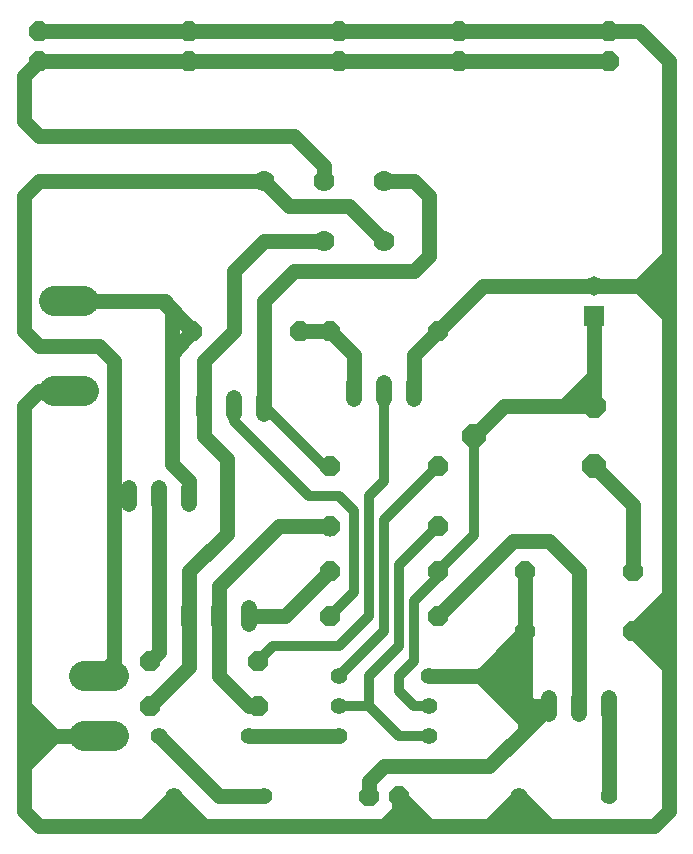
<source format=gbr>
G04 EAGLE Gerber RS-274X export*
G75*
%MOMM*%
%FSLAX34Y34*%
%LPD*%
%INBottom Copper*%
%IPPOS*%
%AMOC8*
5,1,8,0,0,1.08239X$1,22.5*%
G01*
%ADD10R,1.651000X1.651000*%
%ADD11C,1.651000*%
%ADD12C,1.408000*%
%ADD13P,1.814519X8X112.500000*%
%ADD14P,1.814519X8X202.500000*%
%ADD15P,1.814519X8X22.500000*%
%ADD16C,1.320800*%
%ADD17C,2.540000*%
%ADD18P,2.144431X8X112.500000*%
%ADD19C,1.778000*%
%ADD20C,1.270000*%
%ADD21C,0.812800*%
%ADD22C,0.304800*%


D10*
X520700Y482600D03*
D11*
X520700Y508000D03*
D12*
X381000Y152400D03*
X304800Y152400D03*
X381000Y127000D03*
X304800Y127000D03*
X228600Y127000D03*
X152400Y127000D03*
X241300Y76200D03*
X165100Y76200D03*
X533400Y76200D03*
X457200Y76200D03*
X304800Y177800D03*
X381000Y177800D03*
D13*
X50800Y698500D03*
X50800Y723900D03*
X177800Y698500D03*
X177800Y723900D03*
X304800Y698500D03*
X304800Y723900D03*
X406400Y698500D03*
X406400Y723900D03*
X533400Y698500D03*
X533400Y723900D03*
D14*
X271780Y469900D03*
X180340Y469900D03*
D15*
X297180Y355600D03*
X388620Y355600D03*
D14*
X388620Y469900D03*
X297180Y469900D03*
X236220Y190500D03*
X144780Y190500D03*
X236220Y152400D03*
X144780Y152400D03*
X388620Y304800D03*
X297180Y304800D03*
X388620Y266700D03*
X297180Y266700D03*
D15*
X462280Y266700D03*
X553720Y266700D03*
X462280Y215900D03*
X553720Y215900D03*
X297180Y228600D03*
X388620Y228600D03*
D16*
X177800Y323596D02*
X177800Y336804D01*
X127000Y336804D02*
X127000Y323596D01*
X152400Y323596D02*
X152400Y336804D01*
X177800Y235204D02*
X177800Y221996D01*
X228600Y221996D02*
X228600Y235204D01*
X203200Y235204D02*
X203200Y221996D01*
X190500Y399796D02*
X190500Y413004D01*
X241300Y413004D02*
X241300Y399796D01*
X215900Y399796D02*
X215900Y413004D01*
D17*
X88900Y495300D02*
X63500Y495300D01*
X63500Y419100D02*
X88900Y419100D01*
X88900Y127000D02*
X114300Y127000D01*
X114300Y177800D02*
X88900Y177800D01*
D18*
X419100Y381000D03*
X520700Y355600D03*
X520700Y406400D03*
D16*
X342900Y412496D02*
X342900Y425704D01*
X368300Y425704D02*
X368300Y412496D01*
X317500Y412496D02*
X317500Y425704D01*
X508000Y159004D02*
X508000Y145796D01*
X533400Y145796D02*
X533400Y159004D01*
X482600Y159004D02*
X482600Y145796D01*
D19*
X342900Y546100D03*
X292100Y546100D03*
X241300Y596900D03*
X292100Y596900D03*
X342900Y596900D03*
D15*
X330200Y76200D03*
X355600Y76200D03*
D20*
X297180Y469900D02*
X271780Y469900D01*
X297180Y469900D02*
X317500Y449580D01*
X317500Y419100D01*
X139700Y495300D02*
X76200Y495300D01*
X154940Y495300D02*
X157480Y495300D01*
X160890Y491511D01*
X180340Y469900D01*
X163322Y450342D01*
X163322Y357378D01*
X177800Y342900D02*
X177800Y330200D01*
X177800Y342900D02*
X163322Y357378D01*
X163322Y450342D02*
X163322Y489079D01*
X160890Y491511D01*
X154940Y495300D02*
X139700Y495300D01*
X154940Y495300D02*
X180340Y469900D01*
D21*
X330200Y228600D02*
X304800Y203200D01*
X248920Y203200D02*
X236220Y190500D01*
X248920Y203200D02*
X304800Y203200D01*
X330200Y228600D02*
X330200Y330200D01*
X342900Y342900D02*
X342900Y419100D01*
X342900Y342900D02*
X330200Y330200D01*
D20*
X101600Y457200D02*
X50800Y457200D01*
X38100Y469900D02*
X38100Y584200D01*
X50800Y596900D02*
X241300Y596900D01*
X50800Y457200D02*
X38100Y469900D01*
X101600Y457200D02*
X114300Y444500D01*
X114300Y330200D01*
X114300Y190500D01*
X101600Y177800D01*
X114300Y330200D02*
X127000Y330200D01*
X38100Y584200D02*
X50800Y596900D01*
X313436Y575564D02*
X342900Y546100D01*
X262636Y575564D02*
X241300Y596900D01*
X262636Y575564D02*
X313436Y575564D01*
X152400Y198120D02*
X144780Y190500D01*
X152400Y198120D02*
X152400Y330200D01*
D21*
X355600Y271780D02*
X388620Y304800D01*
X355600Y271780D02*
X355600Y203200D01*
X330200Y152400D02*
X355600Y127000D01*
X330200Y152400D02*
X330200Y177800D01*
X355600Y203200D01*
X355600Y127000D02*
X381000Y127000D01*
X330200Y152400D02*
X304800Y152400D01*
D20*
X304800Y127000D02*
X228600Y127000D01*
X241300Y76200D02*
X203200Y76200D01*
X152400Y127000D01*
X144780Y152400D02*
X177800Y185420D01*
X177800Y228600D01*
X177800Y266700D01*
X190500Y406400D02*
X190500Y444500D01*
X215900Y469900D02*
X215900Y520700D01*
X241300Y546100D02*
X292100Y546100D01*
X215900Y469900D02*
X190500Y444500D01*
X190500Y406400D02*
X190500Y381000D01*
X209550Y361950D01*
X209550Y298450D02*
X177800Y266700D01*
X209550Y298450D02*
X209550Y361950D01*
X215900Y520700D02*
X241300Y546100D01*
X203200Y228600D02*
X203200Y177800D01*
D22*
X297180Y297180D02*
X297180Y304800D01*
D20*
X203200Y177800D02*
X228600Y152400D01*
X236220Y152400D01*
X203200Y228600D02*
X203200Y254000D01*
X254000Y304800D01*
X297180Y304800D01*
D22*
X368300Y215900D02*
X368300Y190500D01*
D20*
X520700Y431800D02*
X520700Y482600D01*
X520700Y431800D02*
X520700Y419100D01*
X520700Y406400D01*
D21*
X388620Y266700D02*
X388620Y261620D01*
X368300Y241300D01*
X368300Y190500D01*
X388620Y266700D02*
X419100Y297180D01*
X419100Y381000D01*
D20*
X444500Y406400D01*
X495300Y406400D01*
X508000Y406400D01*
X520700Y406400D01*
X495300Y406400D02*
X520700Y431800D01*
X520700Y419100D02*
X508000Y406400D01*
D21*
X368300Y190500D02*
X355600Y177800D01*
X355600Y165100D01*
X368300Y152400D02*
X381000Y152400D01*
X368300Y152400D02*
X355600Y165100D01*
D20*
X259080Y228600D02*
X297180Y266700D01*
X259080Y228600D02*
X228600Y228600D01*
X462280Y215900D02*
X462280Y266700D01*
X462280Y215900D02*
X462280Y198120D01*
X462280Y177800D02*
X462280Y160020D01*
X330200Y88900D02*
X330200Y76200D01*
X330200Y88900D02*
X342900Y101600D01*
X462280Y259080D02*
X462280Y266700D01*
X467360Y152400D02*
X482600Y152400D01*
X467360Y152400D02*
X462280Y157480D01*
X427990Y181610D02*
X424180Y177800D01*
X427990Y181610D02*
X462280Y215900D01*
X424180Y177800D02*
X381000Y177800D01*
X342900Y101600D02*
X431800Y101600D01*
X463550Y133350D02*
X482600Y152400D01*
X463550Y133350D02*
X431800Y101600D01*
X463550Y133350D02*
X462280Y134620D01*
X462280Y139700D01*
X462280Y152400D01*
X462280Y157480D01*
X444500Y181610D02*
X427990Y181610D01*
X424180Y177800D02*
X444500Y177800D01*
X462280Y177800D01*
X462280Y185420D02*
X462280Y198120D01*
X457200Y203200D01*
X450850Y196850D01*
X444500Y190500D01*
X444500Y181610D01*
X450850Y196850D02*
X462280Y185420D01*
X462280Y177800D01*
X458470Y181610D01*
X444500Y181610D01*
D21*
X462280Y163830D01*
X462280Y152400D01*
D20*
X434340Y167640D02*
X424180Y177800D01*
X434340Y167640D02*
X462280Y139700D01*
X462280Y160020D02*
X444500Y177800D01*
X462280Y160020D02*
X462280Y157480D01*
X462280Y152400D02*
X447040Y167640D01*
X434340Y167640D01*
X533400Y152400D02*
X533400Y76200D01*
X508000Y152400D02*
X508000Y266700D01*
X482600Y292100D01*
X452120Y292100D02*
X388620Y228600D01*
X452120Y292100D02*
X482600Y292100D01*
D21*
X317500Y317500D02*
X304800Y330200D01*
X317500Y248920D02*
X297180Y228600D01*
X317500Y248920D02*
X317500Y317500D01*
X215900Y393700D02*
X215900Y406400D01*
X215900Y393700D02*
X279400Y330200D01*
X304800Y330200D01*
D20*
X241300Y406400D02*
X241300Y495300D01*
X266700Y520700D02*
X368300Y520700D01*
X266700Y520700D02*
X241300Y495300D01*
D21*
X241300Y406400D02*
X292100Y355600D01*
X297180Y355600D01*
D20*
X368300Y520700D02*
X381000Y533400D01*
X381000Y584200D01*
X368300Y596900D01*
X342900Y596900D01*
D22*
X342900Y279400D02*
X342900Y215900D01*
D21*
X304800Y177800D01*
X342900Y309880D02*
X388620Y355600D01*
X342900Y309880D02*
X342900Y215900D01*
D20*
X553720Y266700D02*
X553720Y322580D01*
X520700Y355600D01*
X177800Y698500D02*
X50800Y698500D01*
X177800Y698500D02*
X304800Y698500D01*
X406400Y698500D01*
X533400Y698500D01*
D22*
X254000Y635000D02*
X88900Y635000D01*
X76200Y635000D01*
D20*
X88900Y635000D02*
X266700Y635000D01*
X292100Y609600D01*
X292100Y596900D01*
X88900Y635000D02*
X50800Y635000D01*
X38100Y647700D01*
X38100Y685800D01*
X50800Y698500D01*
X355600Y63500D02*
X355600Y50800D01*
X381000Y50800D01*
X431800Y50800D01*
X444500Y50800D01*
X457200Y50800D01*
X457200Y63500D01*
X457200Y76200D01*
X457200Y50800D02*
X482600Y50800D01*
X584200Y215900D02*
X584200Y246380D01*
X584200Y482600D01*
X584200Y495300D01*
X584200Y508000D01*
X558800Y508000D01*
X520700Y508000D01*
X177800Y50800D02*
X165100Y50800D01*
X177800Y723900D02*
X406400Y723900D01*
X533400Y723900D01*
X304800Y723900D02*
X177800Y723900D01*
X50800Y723900D01*
X533400Y723900D02*
X558800Y723900D01*
X426720Y508000D02*
X388620Y469900D01*
X426720Y508000D02*
X520700Y508000D01*
X38100Y152400D02*
X38100Y127000D01*
X63500Y127000D01*
X101600Y127000D01*
X584200Y185420D02*
X584200Y203200D01*
X584200Y215900D01*
X584200Y698500D02*
X558800Y723900D01*
X584200Y698500D02*
X584200Y533400D01*
X584200Y508000D01*
X50800Y50800D02*
X38100Y63500D01*
X50800Y50800D02*
X139700Y50800D01*
X152400Y50800D01*
X165100Y50800D01*
X38100Y101600D02*
X38100Y127000D01*
X38100Y101600D02*
X38100Y63500D01*
X50800Y139700D02*
X38100Y152400D01*
X50800Y139700D02*
X63500Y127000D01*
X50800Y114300D02*
X38100Y101600D01*
X50800Y114300D02*
X63500Y127000D01*
X50800Y139700D02*
X50800Y114300D01*
X553720Y215900D02*
X584200Y215900D01*
X568960Y231140D02*
X553720Y215900D01*
X568960Y231140D02*
X584200Y246380D01*
X553720Y215900D02*
X584200Y185420D01*
X584200Y203200D02*
X571500Y215900D01*
X571500Y228600D01*
X568960Y231140D01*
X368300Y419100D02*
X368300Y449580D01*
X388620Y469900D01*
X76200Y419100D02*
X50800Y419100D01*
X38100Y406400D01*
X38100Y152400D01*
X558800Y508000D02*
X571500Y520700D01*
X584200Y533400D01*
X558800Y508000D02*
X584200Y482600D01*
X584200Y495300D02*
X571500Y508000D01*
X571500Y520700D01*
X165100Y76200D02*
X139700Y50800D01*
X165100Y76200D02*
X177800Y63500D01*
X177800Y50800D01*
X165100Y50800D02*
X165100Y76200D01*
X165100Y63500D02*
X152400Y50800D01*
X165100Y63500D02*
X177800Y63500D01*
X177800Y50800D02*
X190500Y50800D01*
X342900Y50800D01*
X355600Y50800D01*
X190500Y50800D02*
X177800Y63500D01*
X431800Y50800D02*
X457200Y76200D01*
X457200Y63500D02*
X444500Y50800D01*
X457200Y76200D02*
X476250Y57150D01*
X482600Y50800D01*
X476250Y57150D02*
X463550Y57150D01*
X457200Y63500D01*
X355600Y63500D02*
X355600Y76200D01*
X355600Y63500D02*
X342900Y50800D01*
X355600Y76200D02*
X374650Y57150D01*
X381000Y50800D01*
X374650Y57150D02*
X361950Y57150D01*
X355600Y63500D01*
X571500Y50800D02*
X584200Y63500D01*
X571500Y50800D02*
X482600Y50800D01*
X584200Y63500D02*
X584200Y185420D01*
M02*

</source>
